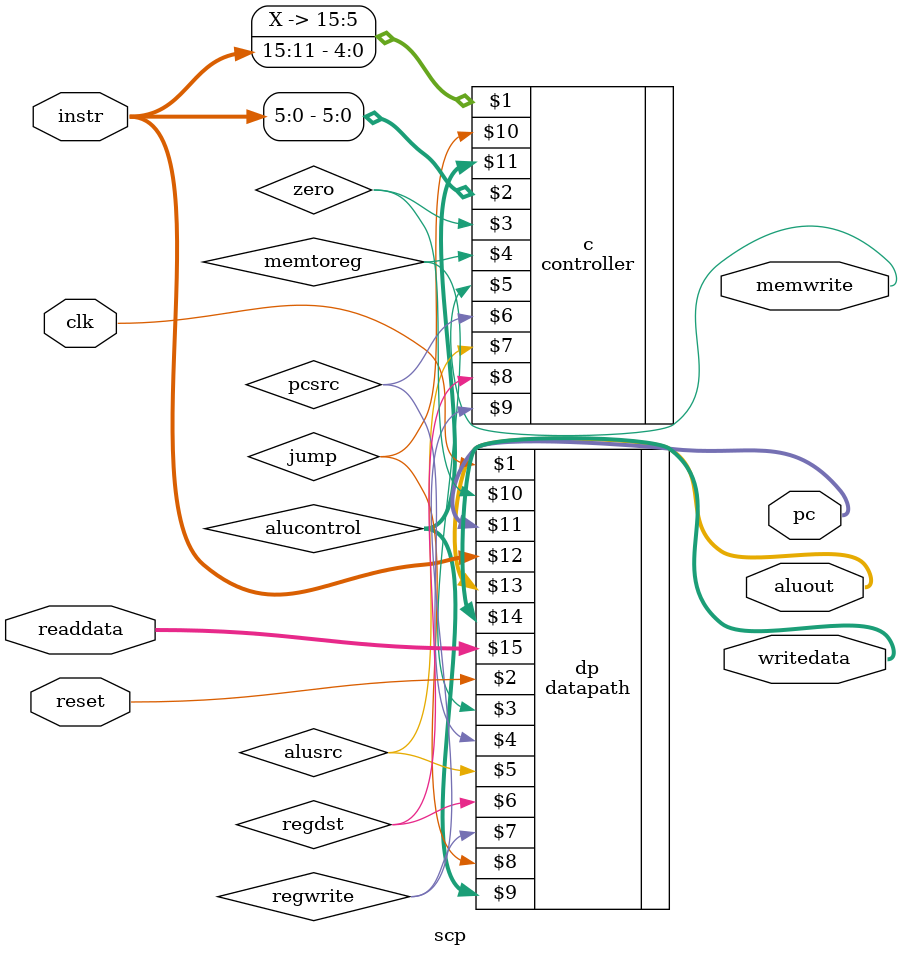
<source format=sv>
`timescale 1ns / 1ps

module scp(input logic clk, reset,
output logic [15:0] pc,
input logic [15:0] instr,
output logic memwrite,
output logic [15:0] aluout, writedata,
input logic [15:0] readdata);
logic memtoreg, alusrc, regdst,
regwrite, jump, pcsrc, zero;
logic [2:0] alucontrol;

controller c(instr[11:26], instr[5:0], zero,
memtoreg, memwrite, pcsrc,
alusrc, regdst, regwrite, jump,
alucontrol);

datapath dp(clk, reset, memtoreg, pcsrc,
alusrc, regdst, regwrite, jump,
alucontrol,
zero, pc, instr,
aluout, writedata, readdata);
endmodule
</source>
